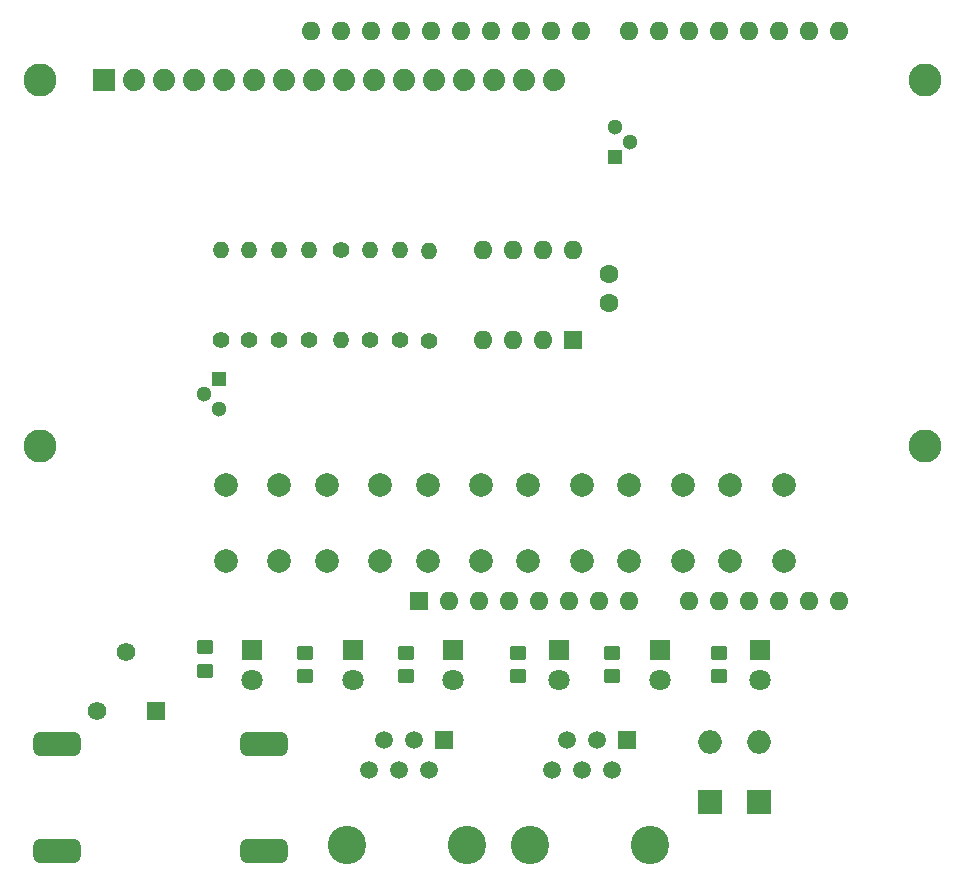
<source format=gbr>
%TF.GenerationSoftware,KiCad,Pcbnew,8.0.8*%
%TF.CreationDate,2025-05-20T23:19:57+02:00*%
%TF.ProjectId,LCD_LOCONET_SHIELD,4c43445f-4c4f-4434-9f4e-45545f534849,rev?*%
%TF.SameCoordinates,Original*%
%TF.FileFunction,Soldermask,Bot*%
%TF.FilePolarity,Negative*%
%FSLAX46Y46*%
G04 Gerber Fmt 4.6, Leading zero omitted, Abs format (unit mm)*
G04 Created by KiCad (PCBNEW 8.0.8) date 2025-05-20 23:19:57*
%MOMM*%
%LPD*%
G01*
G04 APERTURE LIST*
G04 Aperture macros list*
%AMRoundRect*
0 Rectangle with rounded corners*
0 $1 Rounding radius*
0 $2 $3 $4 $5 $6 $7 $8 $9 X,Y pos of 4 corners*
0 Add a 4 corners polygon primitive as box body*
4,1,4,$2,$3,$4,$5,$6,$7,$8,$9,$2,$3,0*
0 Add four circle primitives for the rounded corners*
1,1,$1+$1,$2,$3*
1,1,$1+$1,$4,$5*
1,1,$1+$1,$6,$7*
1,1,$1+$1,$8,$9*
0 Add four rect primitives between the rounded corners*
20,1,$1+$1,$2,$3,$4,$5,0*
20,1,$1+$1,$4,$5,$6,$7,0*
20,1,$1+$1,$6,$7,$8,$9,0*
20,1,$1+$1,$8,$9,$2,$3,0*%
G04 Aperture macros list end*
%ADD10C,2.000000*%
%ADD11C,2.800000*%
%ADD12R,1.879600X1.879600*%
%ADD13C,1.879600*%
%ADD14R,1.800000X1.800000*%
%ADD15C,1.800000*%
%ADD16R,1.560000X1.560000*%
%ADD17C,1.560000*%
%ADD18C,3.250000*%
%ADD19R,1.520000X1.520000*%
%ADD20C,1.520000*%
%ADD21R,2.000000X2.000000*%
%ADD22O,2.000000X2.000000*%
%ADD23C,1.400000*%
%ADD24O,1.400000X1.400000*%
%ADD25R,1.300000X1.300000*%
%ADD26C,1.300000*%
%ADD27RoundRect,0.250000X-0.450000X0.350000X-0.450000X-0.350000X0.450000X-0.350000X0.450000X0.350000X0*%
%ADD28C,1.600000*%
%ADD29R,1.600000X1.600000*%
%ADD30O,1.600000X1.600000*%
%ADD31RoundRect,0.500000X-1.500000X-0.500000X1.500000X-0.500000X1.500000X0.500000X-1.500000X0.500000X0*%
G04 APERTURE END LIST*
D10*
%TO.C,SW5*%
X120450000Y-168750000D03*
X120450000Y-162250000D03*
X124950000Y-168750000D03*
X124950000Y-162250000D03*
%TD*%
D11*
%TO.C,U3*%
X70500000Y-128016000D03*
X70500000Y-159016000D03*
X145500000Y-128016000D03*
X145500000Y-159016000D03*
D12*
X76000000Y-128016000D03*
D13*
X78540000Y-128016000D03*
X81080000Y-128016000D03*
X83620000Y-128016000D03*
X86160000Y-128016000D03*
X88700000Y-128016000D03*
X91240000Y-128016000D03*
X93780000Y-128016000D03*
X96320000Y-128016000D03*
X98860000Y-128016000D03*
X101400000Y-128016000D03*
X103940000Y-128016000D03*
X106480000Y-128016000D03*
X109020000Y-128016000D03*
X111560000Y-128016000D03*
X114100000Y-128016000D03*
%TD*%
D14*
%TO.C,D3*%
X88500000Y-176225000D03*
D15*
X88500000Y-178765000D03*
%TD*%
D14*
%TO.C,D4*%
X97000000Y-176225000D03*
D15*
X97000000Y-178765000D03*
%TD*%
D16*
%TO.C,RV1*%
X80351000Y-181403000D03*
D17*
X77851000Y-176403000D03*
X75351000Y-181403000D03*
%TD*%
D14*
%TO.C,D8*%
X131500000Y-176225000D03*
D15*
X131500000Y-178765000D03*
%TD*%
D14*
%TO.C,D5*%
X105500000Y-176225000D03*
D15*
X105500000Y-178765000D03*
%TD*%
D14*
%TO.C,D7*%
X123000000Y-176225000D03*
D15*
X123000000Y-178765000D03*
%TD*%
D10*
%TO.C,SW3*%
X103350000Y-168750000D03*
X103350000Y-162250000D03*
X107850000Y-168750000D03*
X107850000Y-162250000D03*
%TD*%
%TO.C,SW6*%
X129000000Y-168750000D03*
X129000000Y-162250000D03*
X133500000Y-168750000D03*
X133500000Y-162250000D03*
%TD*%
%TO.C,SW2*%
X94800000Y-168750000D03*
X94800000Y-162250000D03*
X99300000Y-168750000D03*
X99300000Y-162250000D03*
%TD*%
D14*
%TO.C,D6*%
X114500000Y-176225000D03*
D15*
X114500000Y-178765000D03*
%TD*%
D10*
%TO.C,SW4*%
X111900000Y-168750000D03*
X111900000Y-162250000D03*
X116400000Y-168750000D03*
X116400000Y-162250000D03*
%TD*%
%TO.C,SW1*%
X86250000Y-168750000D03*
X86250000Y-162250000D03*
X90750000Y-168750000D03*
X90750000Y-162250000D03*
%TD*%
D18*
%TO.C,J1*%
X122160000Y-192748000D03*
X112000000Y-192748000D03*
D19*
X120250000Y-183858000D03*
D20*
X118980000Y-186398000D03*
X117710000Y-183858000D03*
X116440000Y-186398000D03*
X115170000Y-183858000D03*
X113900000Y-186398000D03*
%TD*%
D21*
%TO.C,D1*%
X131445000Y-189103000D03*
D22*
X131445000Y-184023000D03*
%TD*%
D23*
%TO.C,R6*%
X98500000Y-150000000D03*
D24*
X98500000Y-142380000D03*
%TD*%
D25*
%TO.C,Q2*%
X119253000Y-134493000D03*
D26*
X120523000Y-133223000D03*
X119253000Y-131953000D03*
%TD*%
D23*
%TO.C,R2*%
X93350000Y-150000000D03*
D24*
X93350000Y-142380000D03*
%TD*%
D27*
%TO.C,R9*%
X84500000Y-176000000D03*
X84500000Y-178000000D03*
%TD*%
D25*
%TO.C,Q1*%
X85725000Y-153289000D03*
D26*
X84455000Y-154559000D03*
X85725000Y-155829000D03*
%TD*%
D28*
%TO.C,C1*%
X118707000Y-144394000D03*
X118707000Y-146894000D03*
%TD*%
D27*
%TO.C,R12*%
X111000000Y-176500000D03*
X111000000Y-178500000D03*
%TD*%
D23*
%TO.C,R7*%
X103505000Y-150114000D03*
D24*
X103505000Y-142494000D03*
%TD*%
D29*
%TO.C,U1*%
X115687000Y-149977000D03*
D30*
X113147000Y-149977000D03*
X110607000Y-149977000D03*
X108067000Y-149977000D03*
X108067000Y-142357000D03*
X110607000Y-142357000D03*
X113147000Y-142357000D03*
X115687000Y-142357000D03*
%TD*%
D23*
%TO.C,R3*%
X90805000Y-149987000D03*
D24*
X90805000Y-142367000D03*
%TD*%
D23*
%TO.C,R5*%
X85852000Y-149987000D03*
D24*
X85852000Y-142367000D03*
%TD*%
D21*
%TO.C,D2*%
X127295000Y-189103000D03*
D22*
X127295000Y-184023000D03*
%TD*%
D29*
%TO.C,A1*%
X102616000Y-172085000D03*
D30*
X105156000Y-172085000D03*
X107696000Y-172085000D03*
X110236000Y-172085000D03*
X112776000Y-172085000D03*
X115316000Y-172085000D03*
X117856000Y-172085000D03*
X120396000Y-172085000D03*
X125476000Y-172085000D03*
X128016000Y-172085000D03*
X130556000Y-172085000D03*
X133096000Y-172085000D03*
X135636000Y-172085000D03*
X138176000Y-172085000D03*
X138176000Y-123825000D03*
X135636000Y-123825000D03*
X133096000Y-123825000D03*
X130556000Y-123825000D03*
X128016000Y-123825000D03*
X125476000Y-123825000D03*
X122936000Y-123825000D03*
X120396000Y-123825000D03*
X116336000Y-123825000D03*
X113796000Y-123825000D03*
X111256000Y-123825000D03*
X108716000Y-123825000D03*
X106176000Y-123825000D03*
X103636000Y-123825000D03*
X101096000Y-123825000D03*
X98556000Y-123825000D03*
X96016000Y-123825000D03*
X93476000Y-123825000D03*
%TD*%
D27*
%TO.C,R11*%
X101500000Y-176500000D03*
X101500000Y-178500000D03*
%TD*%
D23*
%TO.C,R8*%
X100990000Y-149987000D03*
D24*
X100990000Y-142367000D03*
%TD*%
D27*
%TO.C,R10*%
X93000000Y-176500000D03*
X93000000Y-178500000D03*
%TD*%
D18*
%TO.C,J2*%
X106690000Y-192748000D03*
X96530000Y-192748000D03*
D19*
X104780000Y-183858000D03*
D20*
X103510000Y-186398000D03*
X102240000Y-183858000D03*
X100970000Y-186398000D03*
X99700000Y-183858000D03*
X98430000Y-186398000D03*
%TD*%
D31*
%TO.C,U2*%
X72000000Y-193248000D03*
X72000000Y-184248000D03*
X89500000Y-184248000D03*
X89500000Y-193248000D03*
%TD*%
D27*
%TO.C,R14*%
X128000000Y-176500000D03*
X128000000Y-178500000D03*
%TD*%
D23*
%TO.C,R4*%
X88265000Y-149987000D03*
D24*
X88265000Y-142367000D03*
%TD*%
D23*
%TO.C,R1*%
X96000000Y-142380000D03*
D24*
X96000000Y-150000000D03*
%TD*%
D27*
%TO.C,R13*%
X119000000Y-176500000D03*
X119000000Y-178500000D03*
%TD*%
M02*

</source>
